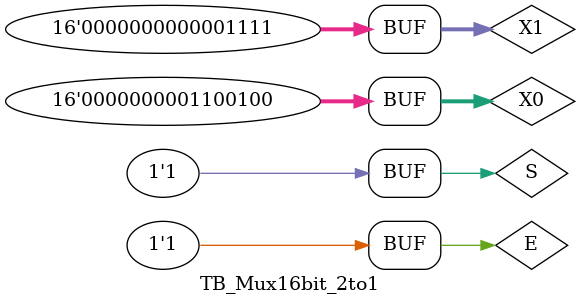
<source format=v>
`timescale 1ns / 1ps

//      Testbench file
//////////////////////////////////////////////////////////////////////////////////

module TB_Mux16bit_2to1();
    // Inputs
    reg E, S;
    reg [15:0] X1;
    reg [15:0] X0;
    // Output
    wire [15:0] Z;

    //instantiate your circuit
    //                               Enable, Select, Input2(16bit), Input1(16bit), Output(16bit)
    Mux16bit_2to1       MUX1        (E     , S     , X1           , X0           , Z           );

    //Behavioral code block generates stimulus to test circuit
         initial 
         begin
            // X1 = 15
            // X2 = 100
            // Enable zero, output should be zero
            E = 1'b0; S = 1'b0 ; X1 = 16'd15; X0 = 16'd100;
            #50;
            // Enable one, with select 0
            E = 1'b1; S = 1'b0 ; X1 = 16'd15; X0 = 16'd100;
            #50;
            // Enable one, with select 1
            E = 1'b1; S = 1'b1 ; X1 = 16'd15; X0 = 16'd100;
            #50;
          end
endmodule

</source>
